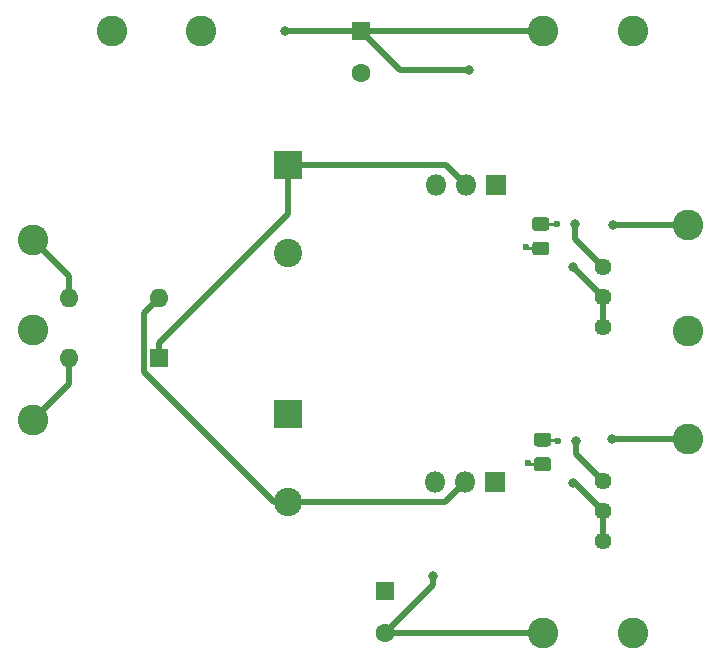
<source format=gbr>
G04 #@! TF.GenerationSoftware,KiCad,Pcbnew,(5.1.8-0-10_14)*
G04 #@! TF.CreationDate,2020-11-13T17:03:07+01:00*
G04 #@! TF.ProjectId,lv-lownoise-psu,6c762d6c-6f77-46e6-9f69-73652d707375,rev?*
G04 #@! TF.SameCoordinates,Original*
G04 #@! TF.FileFunction,Copper,L2,Bot*
G04 #@! TF.FilePolarity,Positive*
%FSLAX46Y46*%
G04 Gerber Fmt 4.6, Leading zero omitted, Abs format (unit mm)*
G04 Created by KiCad (PCBNEW (5.1.8-0-10_14)) date 2020-11-13 17:03:07*
%MOMM*%
%LPD*%
G01*
G04 APERTURE LIST*
G04 #@! TA.AperFunction,ComponentPad*
%ADD10C,1.600000*%
G04 #@! TD*
G04 #@! TA.AperFunction,ComponentPad*
%ADD11R,1.600000X1.600000*%
G04 #@! TD*
G04 #@! TA.AperFunction,ComponentPad*
%ADD12C,2.400000*%
G04 #@! TD*
G04 #@! TA.AperFunction,ComponentPad*
%ADD13R,2.400000X2.400000*%
G04 #@! TD*
G04 #@! TA.AperFunction,ComponentPad*
%ADD14O,1.600000X1.600000*%
G04 #@! TD*
G04 #@! TA.AperFunction,ComponentPad*
%ADD15C,2.600000*%
G04 #@! TD*
G04 #@! TA.AperFunction,ComponentPad*
%ADD16O,1.800000X1.800000*%
G04 #@! TD*
G04 #@! TA.AperFunction,ComponentPad*
%ADD17R,1.800000X1.800000*%
G04 #@! TD*
G04 #@! TA.AperFunction,ComponentPad*
%ADD18C,1.440000*%
G04 #@! TD*
G04 #@! TA.AperFunction,ViaPad*
%ADD19C,0.800000*%
G04 #@! TD*
G04 #@! TA.AperFunction,ViaPad*
%ADD20C,0.600000*%
G04 #@! TD*
G04 #@! TA.AperFunction,Conductor*
%ADD21C,0.500000*%
G04 #@! TD*
G04 #@! TA.AperFunction,Conductor*
%ADD22C,0.250000*%
G04 #@! TD*
G04 APERTURE END LIST*
D10*
X116205000Y-87884000D03*
D11*
X116205000Y-84384000D03*
D10*
X114173000Y-40457000D03*
D11*
X114173000Y-36957000D03*
D12*
X107950000Y-76835000D03*
D13*
X107950000Y-69335000D03*
D12*
X107950000Y-55760000D03*
D13*
X107950000Y-48260000D03*
D11*
X97028000Y-64643000D03*
D14*
X89408000Y-59563000D03*
X97028000Y-59563000D03*
X89408000Y-64643000D03*
D15*
X129540000Y-87884000D03*
X137160000Y-87884000D03*
X93091000Y-36957000D03*
X100584000Y-36957000D03*
X137160000Y-36957000D03*
X129540000Y-36957000D03*
D16*
X120459500Y-75120500D03*
X122999500Y-75120500D03*
D17*
X125539500Y-75120500D03*
D16*
X120523000Y-49974500D03*
X123063000Y-49974500D03*
D17*
X125603000Y-49974500D03*
D18*
X134670800Y-80137000D03*
X134670800Y-77597000D03*
X134670800Y-75057000D03*
X134620000Y-61976000D03*
X134620000Y-59436000D03*
X134620000Y-56896000D03*
D15*
X141859000Y-71501000D03*
X141859000Y-62357000D03*
X141859000Y-53340000D03*
X86360000Y-54610000D03*
X86360000Y-62230000D03*
X86360000Y-69850000D03*
G04 #@! TA.AperFunction,SMDPad,CuDef*
G36*
G01*
X130015000Y-72117800D02*
X129065000Y-72117800D01*
G75*
G02*
X128815000Y-71867800I0J250000D01*
G01*
X128815000Y-71192800D01*
G75*
G02*
X129065000Y-70942800I250000J0D01*
G01*
X130015000Y-70942800D01*
G75*
G02*
X130265000Y-71192800I0J-250000D01*
G01*
X130265000Y-71867800D01*
G75*
G02*
X130015000Y-72117800I-250000J0D01*
G01*
G37*
G04 #@! TD.AperFunction*
G04 #@! TA.AperFunction,SMDPad,CuDef*
G36*
G01*
X130015000Y-74192800D02*
X129065000Y-74192800D01*
G75*
G02*
X128815000Y-73942800I0J250000D01*
G01*
X128815000Y-73267800D01*
G75*
G02*
X129065000Y-73017800I250000J0D01*
G01*
X130015000Y-73017800D01*
G75*
G02*
X130265000Y-73267800I0J-250000D01*
G01*
X130265000Y-73942800D01*
G75*
G02*
X130015000Y-74192800I-250000J0D01*
G01*
G37*
G04 #@! TD.AperFunction*
G04 #@! TA.AperFunction,SMDPad,CuDef*
G36*
G01*
X128912600Y-54755200D02*
X129862600Y-54755200D01*
G75*
G02*
X130112600Y-55005200I0J-250000D01*
G01*
X130112600Y-55680200D01*
G75*
G02*
X129862600Y-55930200I-250000J0D01*
G01*
X128912600Y-55930200D01*
G75*
G02*
X128662600Y-55680200I0J250000D01*
G01*
X128662600Y-55005200D01*
G75*
G02*
X128912600Y-54755200I250000J0D01*
G01*
G37*
G04 #@! TD.AperFunction*
G04 #@! TA.AperFunction,SMDPad,CuDef*
G36*
G01*
X128912600Y-52680200D02*
X129862600Y-52680200D01*
G75*
G02*
X130112600Y-52930200I0J-250000D01*
G01*
X130112600Y-53605200D01*
G75*
G02*
X129862600Y-53855200I-250000J0D01*
G01*
X128912600Y-53855200D01*
G75*
G02*
X128662600Y-53605200I0J250000D01*
G01*
X128662600Y-52930200D01*
G75*
G02*
X128912600Y-52680200I250000J0D01*
G01*
G37*
G04 #@! TD.AperFunction*
D19*
X132296001Y-53302001D03*
X135509000Y-53340000D03*
D20*
X130791001Y-53302001D03*
D19*
X135382000Y-71501000D03*
X132334000Y-71628000D03*
D20*
X130890000Y-71628000D03*
D19*
X132130800Y-56896000D03*
X132130800Y-75209400D03*
D20*
X128171001Y-55202001D03*
X128270000Y-73528000D03*
D19*
X107696000Y-36957000D03*
X123317000Y-40259000D03*
X120269000Y-83058000D03*
D21*
X121348500Y-48260000D02*
X107950000Y-48260000D01*
X123063000Y-49974500D02*
X121348500Y-48260000D01*
X107950000Y-52421000D02*
X107950000Y-48260000D01*
X97028000Y-63343000D02*
X107950000Y-52421000D01*
X97028000Y-64643000D02*
X97028000Y-63343000D01*
D22*
X130756700Y-53267700D02*
X130791001Y-53302001D01*
X129387600Y-53267700D02*
X130756700Y-53267700D01*
D21*
X135509000Y-53340000D02*
X141859000Y-53340000D01*
X132296001Y-54572001D02*
X134620000Y-56896000D01*
X132296001Y-53302001D02*
X132296001Y-54572001D01*
X135382000Y-71501000D02*
X141859000Y-71501000D01*
X132334000Y-72720200D02*
X134670800Y-75057000D01*
X132334000Y-71628000D02*
X132334000Y-72720200D01*
D22*
X130792300Y-71530300D02*
X130890000Y-71628000D01*
X129540000Y-71530300D02*
X130792300Y-71530300D01*
D21*
X132130800Y-56946800D02*
X134620000Y-59436000D01*
X132130800Y-56896000D02*
X132130800Y-56946800D01*
X134620000Y-59436000D02*
X134620000Y-61976000D01*
X134670800Y-77597000D02*
X134670800Y-80137000D01*
X132283200Y-75209400D02*
X134670800Y-77597000D01*
X132130800Y-75209400D02*
X132283200Y-75209400D01*
D22*
X128311700Y-55342700D02*
X128171001Y-55202001D01*
X129387600Y-55342700D02*
X128311700Y-55342700D01*
X128347300Y-73605300D02*
X128270000Y-73528000D01*
X129540000Y-73605300D02*
X128347300Y-73605300D01*
D21*
X117475000Y-40259000D02*
X114173000Y-36957000D01*
X123317000Y-40259000D02*
X117475000Y-40259000D01*
X114173000Y-36957000D02*
X129540000Y-36957000D01*
X114173000Y-36957000D02*
X107696000Y-36957000D01*
X120269000Y-83820000D02*
X116205000Y-87884000D01*
X120269000Y-83058000D02*
X120269000Y-83820000D01*
X116205000Y-87884000D02*
X129540000Y-87884000D01*
X122999500Y-75120500D02*
X121285000Y-76835000D01*
X121285000Y-76835000D02*
X111125000Y-76835000D01*
X106809998Y-76835000D02*
X107950000Y-76835000D01*
X95777999Y-65803001D02*
X106809998Y-76835000D01*
X95777999Y-60813001D02*
X95777999Y-65803001D01*
X97028000Y-59563000D02*
X95777999Y-60813001D01*
X111125000Y-76835000D02*
X107950000Y-76835000D01*
X89408000Y-57658000D02*
X86360000Y-54610000D01*
X89408000Y-59563000D02*
X89408000Y-57658000D01*
X89408000Y-66802000D02*
X86360000Y-69850000D01*
X89408000Y-64643000D02*
X89408000Y-66802000D01*
M02*

</source>
